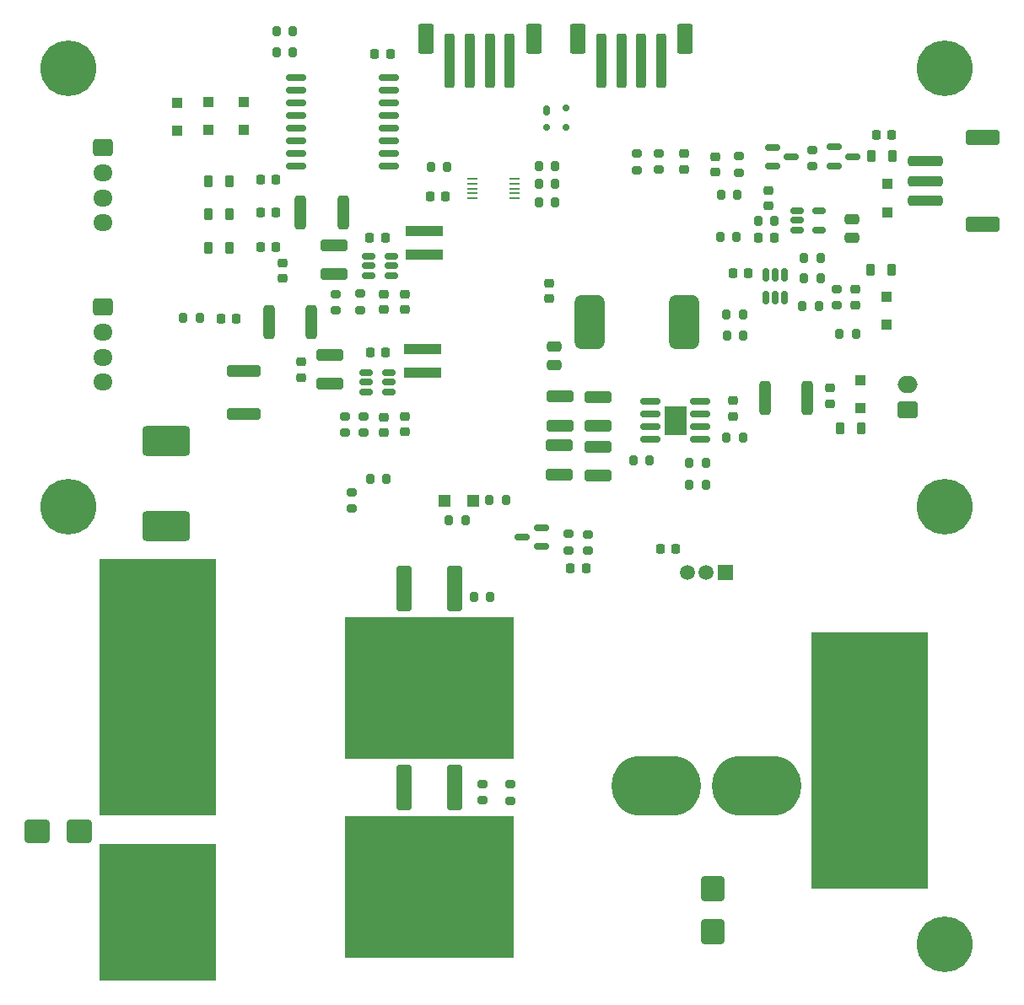
<source format=gbr>
%TF.GenerationSoftware,KiCad,Pcbnew,8.0.3*%
%TF.CreationDate,2024-07-08T19:31:20+01:00*%
%TF.ProjectId,PA_Power,50415f50-6f77-4657-922e-6b696361645f,rev?*%
%TF.SameCoordinates,Original*%
%TF.FileFunction,Soldermask,Top*%
%TF.FilePolarity,Negative*%
%FSLAX46Y46*%
G04 Gerber Fmt 4.6, Leading zero omitted, Abs format (unit mm)*
G04 Created by KiCad (PCBNEW 8.0.3) date 2024-07-08 19:31:20*
%MOMM*%
%LPD*%
G01*
G04 APERTURE LIST*
G04 Aperture macros list*
%AMRoundRect*
0 Rectangle with rounded corners*
0 $1 Rounding radius*
0 $2 $3 $4 $5 $6 $7 $8 $9 X,Y pos of 4 corners*
0 Add a 4 corners polygon primitive as box body*
4,1,4,$2,$3,$4,$5,$6,$7,$8,$9,$2,$3,0*
0 Add four circle primitives for the rounded corners*
1,1,$1+$1,$2,$3*
1,1,$1+$1,$4,$5*
1,1,$1+$1,$6,$7*
1,1,$1+$1,$8,$9*
0 Add four rect primitives between the rounded corners*
20,1,$1+$1,$2,$3,$4,$5,0*
20,1,$1+$1,$4,$5,$6,$7,0*
20,1,$1+$1,$6,$7,$8,$9,0*
20,1,$1+$1,$8,$9,$2,$3,0*%
%AMHorizOval*
0 Thick line with rounded ends*
0 $1 width*
0 $2 $3 position (X,Y) of the first rounded end (center of the circle)*
0 $4 $5 position (X,Y) of the second rounded end (center of the circle)*
0 Add line between two ends*
20,1,$1,$2,$3,$4,$5,0*
0 Add two circle primitives to create the rounded ends*
1,1,$1,$2,$3*
1,1,$1,$4,$5*%
G04 Aperture macros list end*
%ADD10C,5.600000*%
%ADD11RoundRect,0.200000X-0.200000X-0.275000X0.200000X-0.275000X0.200000X0.275000X-0.200000X0.275000X0*%
%ADD12RoundRect,0.200000X-0.275000X0.200000X-0.275000X-0.200000X0.275000X-0.200000X0.275000X0.200000X0*%
%ADD13RoundRect,0.218750X-0.218750X-0.381250X0.218750X-0.381250X0.218750X0.381250X-0.218750X0.381250X0*%
%ADD14RoundRect,0.250000X1.450000X-0.312500X1.450000X0.312500X-1.450000X0.312500X-1.450000X-0.312500X0*%
%ADD15O,1.950000X1.700000*%
%ADD16RoundRect,0.250000X-0.725000X0.600000X-0.725000X-0.600000X0.725000X-0.600000X0.725000X0.600000X0*%
%ADD17RoundRect,0.150000X-0.587500X-0.150000X0.587500X-0.150000X0.587500X0.150000X-0.587500X0.150000X0*%
%ADD18RoundRect,0.225000X0.225000X0.250000X-0.225000X0.250000X-0.225000X-0.250000X0.225000X-0.250000X0*%
%ADD19RoundRect,0.200000X0.200000X0.275000X-0.200000X0.275000X-0.200000X-0.275000X0.200000X-0.275000X0*%
%ADD20RoundRect,0.225000X0.250000X-0.225000X0.250000X0.225000X-0.250000X0.225000X-0.250000X-0.225000X0*%
%ADD21RoundRect,0.150000X-0.512500X-0.150000X0.512500X-0.150000X0.512500X0.150000X-0.512500X0.150000X0*%
%ADD22RoundRect,0.375000X2.000000X-1.125000X2.000000X1.125000X-2.000000X1.125000X-2.000000X-1.125000X0*%
%ADD23R,3.700000X0.980000*%
%ADD24R,2.290000X3.000000*%
%ADD25RoundRect,0.150000X-0.825000X-0.150000X0.825000X-0.150000X0.825000X0.150000X-0.825000X0.150000X0*%
%ADD26RoundRect,0.150000X-0.875000X-0.150000X0.875000X-0.150000X0.875000X0.150000X-0.875000X0.150000X0*%
%ADD27RoundRect,0.200000X0.275000X-0.200000X0.275000X0.200000X-0.275000X0.200000X-0.275000X-0.200000X0*%
%ADD28RoundRect,0.218750X-0.218750X-0.256250X0.218750X-0.256250X0.218750X0.256250X-0.218750X0.256250X0*%
%ADD29RoundRect,0.218750X0.218750X0.381250X-0.218750X0.381250X-0.218750X-0.381250X0.218750X-0.381250X0*%
%ADD30RoundRect,0.250000X-1.100000X0.325000X-1.100000X-0.325000X1.100000X-0.325000X1.100000X0.325000X0*%
%ADD31RoundRect,0.400000X-0.400000X1.900000X-0.400000X-1.900000X0.400000X-1.900000X0.400000X1.900000X0*%
%ADD32R,17.000000X14.200000*%
%ADD33RoundRect,0.225000X-0.225000X-0.250000X0.225000X-0.250000X0.225000X0.250000X-0.225000X0.250000X0*%
%ADD34O,2.000000X1.700000*%
%ADD35RoundRect,0.250000X0.750000X-0.600000X0.750000X0.600000X-0.750000X0.600000X-0.750000X-0.600000X0*%
%ADD36R,1.100000X0.250000*%
%ADD37C,1.524000*%
%ADD38C,2.500000*%
%ADD39R,11.800000X25.800000*%
%ADD40RoundRect,0.250000X0.475000X-0.250000X0.475000X0.250000X-0.475000X0.250000X-0.475000X-0.250000X0*%
%ADD41RoundRect,0.225000X-0.250000X0.225000X-0.250000X-0.225000X0.250000X-0.225000X0.250000X0.225000X0*%
%ADD42RoundRect,0.250000X-0.300000X0.300000X-0.300000X-0.300000X0.300000X-0.300000X0.300000X0.300000X0*%
%ADD43RoundRect,0.750000X0.750000X2.000000X-0.750000X2.000000X-0.750000X-2.000000X0.750000X-2.000000X0*%
%ADD44HorizOval,0.800000X0.000000X0.000000X0.000000X0.000000X0*%
%ADD45HorizOval,0.800000X0.000000X0.000000X0.000000X0.000000X0*%
%ADD46C,0.800000*%
%ADD47O,9.000000X6.000000*%
%ADD48C,1.500000*%
%ADD49R,1.500000X1.500000*%
%ADD50RoundRect,0.250000X0.300000X-0.300000X0.300000X0.300000X-0.300000X0.300000X-0.300000X-0.300000X0*%
%ADD51RoundRect,0.150000X-0.150000X0.512500X-0.150000X-0.512500X0.150000X-0.512500X0.150000X0.512500X0*%
%ADD52RoundRect,0.250000X1.000000X0.900000X-1.000000X0.900000X-1.000000X-0.900000X1.000000X-0.900000X0*%
%ADD53RoundRect,0.250000X0.312500X1.450000X-0.312500X1.450000X-0.312500X-1.450000X0.312500X-1.450000X0*%
%ADD54RoundRect,0.250000X-0.550000X-1.250000X0.550000X-1.250000X0.550000X1.250000X-0.550000X1.250000X0*%
%ADD55RoundRect,0.250000X-0.250000X-2.500000X0.250000X-2.500000X0.250000X2.500000X-0.250000X2.500000X0*%
%ADD56RoundRect,0.150000X0.587500X0.150000X-0.587500X0.150000X-0.587500X-0.150000X0.587500X-0.150000X0*%
%ADD57R,11.800000X13.800000*%
%ADD58RoundRect,0.250000X1.100000X-0.325000X1.100000X0.325000X-1.100000X0.325000X-1.100000X-0.325000X0*%
%ADD59RoundRect,0.250000X1.500000X-0.250000X1.500000X0.250000X-1.500000X0.250000X-1.500000X-0.250000X0*%
%ADD60RoundRect,0.250001X1.449999X-0.499999X1.449999X0.499999X-1.449999X0.499999X-1.449999X-0.499999X0*%
%ADD61R,1.200000X1.200000*%
%ADD62RoundRect,0.218750X0.256250X-0.218750X0.256250X0.218750X-0.256250X0.218750X-0.256250X-0.218750X0*%
%ADD63RoundRect,0.175000X-0.175000X-0.325000X0.175000X-0.325000X0.175000X0.325000X-0.175000X0.325000X0*%
%ADD64RoundRect,0.150000X-0.200000X-0.150000X0.200000X-0.150000X0.200000X0.150000X-0.200000X0.150000X0*%
%ADD65RoundRect,0.250000X-0.900000X1.000000X-0.900000X-1.000000X0.900000X-1.000000X0.900000X1.000000X0*%
%ADD66RoundRect,0.218750X0.218750X0.256250X-0.218750X0.256250X-0.218750X-0.256250X0.218750X-0.256250X0*%
%ADD67RoundRect,0.250000X-0.475000X0.250000X-0.475000X-0.250000X0.475000X-0.250000X0.475000X0.250000X0*%
G04 APERTURE END LIST*
D10*
%TO.C,H5*%
X119000000Y-70000000D03*
%TD*%
D11*
%TO.C,R25*%
X79910000Y-39490000D03*
X78260000Y-39490000D03*
%TD*%
D12*
%TO.C,R8*%
X72580000Y-99515000D03*
X72580000Y-97865000D03*
%TD*%
D13*
%TO.C,L9*%
X111547500Y-46220000D03*
X113672500Y-46220000D03*
%TD*%
D14*
%TO.C,F4*%
X48620000Y-56422500D03*
X48620000Y-60697500D03*
%TD*%
D15*
%TO.C,J5*%
X34500000Y-57500000D03*
X34500000Y-55000000D03*
X34500000Y-52500000D03*
D16*
X34500000Y-50000000D03*
%TD*%
D17*
%TO.C,Q5*%
X109815000Y-34850000D03*
X107940000Y-35800000D03*
X107940000Y-33900000D03*
%TD*%
D15*
%TO.C,J6*%
X34500000Y-41500000D03*
X34500000Y-39000000D03*
X34500000Y-36500000D03*
D16*
X34500000Y-34000000D03*
%TD*%
D18*
%TO.C,C25*%
X97745000Y-46600000D03*
X99295000Y-46600000D03*
%TD*%
D19*
%TO.C,R32*%
X51950000Y-22310000D03*
X53600000Y-22310000D03*
%TD*%
D20*
%TO.C,C22*%
X107470000Y-58110000D03*
X107470000Y-59660000D03*
%TD*%
D12*
%TO.C,TH1*%
X75420000Y-97895000D03*
X75420000Y-99545000D03*
%TD*%
D19*
%TO.C,R34*%
X104702500Y-49850000D03*
X106352500Y-49850000D03*
%TD*%
D21*
%TO.C,U7*%
X104160000Y-40330000D03*
X104160000Y-41280000D03*
X104160000Y-42230000D03*
X106435000Y-42230000D03*
X106435000Y-40330000D03*
%TD*%
D22*
%TO.C,F1*%
X40890000Y-71940000D03*
X40890000Y-63440000D03*
%TD*%
D23*
%TO.C,L1*%
X66600000Y-56570000D03*
X66600000Y-54200000D03*
%TD*%
D11*
%TO.C,R24*%
X79915000Y-37580000D03*
X78265000Y-37580000D03*
%TD*%
D24*
%TO.C,U3*%
X91970000Y-61390000D03*
D25*
X94445000Y-59485000D03*
X94445000Y-60755000D03*
X94445000Y-62025000D03*
X94445000Y-63295000D03*
X89495000Y-63295000D03*
X89495000Y-62025000D03*
X89495000Y-60755000D03*
X89495000Y-59485000D03*
%TD*%
D26*
%TO.C,U8*%
X53940000Y-26900000D03*
X53940000Y-28170000D03*
X53940000Y-29440000D03*
X53940000Y-30710000D03*
X53940000Y-31980000D03*
X53940000Y-33250000D03*
X53940000Y-34520000D03*
X53940000Y-35790000D03*
X63240000Y-35790000D03*
X63240000Y-34520000D03*
X63240000Y-33250000D03*
X63240000Y-31980000D03*
X63240000Y-30710000D03*
X63240000Y-29440000D03*
X63240000Y-28170000D03*
X63240000Y-26900000D03*
%TD*%
D27*
%TO.C,R27*%
X90267500Y-34545000D03*
X90267500Y-36195000D03*
%TD*%
D11*
%TO.C,R37*%
X110090000Y-52690000D03*
X108440000Y-52690000D03*
%TD*%
D13*
%TO.C,L8*%
X113762500Y-34770000D03*
X111637500Y-34770000D03*
%TD*%
D28*
%TO.C,D4*%
X47930000Y-51135000D03*
X46355000Y-51135000D03*
%TD*%
D11*
%TO.C,R3*%
X87735000Y-65360000D03*
X89385000Y-65360000D03*
%TD*%
D29*
%TO.C,L6*%
X45057500Y-37350000D03*
X47182500Y-37350000D03*
%TD*%
D30*
%TO.C,C7*%
X80380000Y-58960000D03*
X80380000Y-61910000D03*
%TD*%
D31*
%TO.C,Q3*%
X64720000Y-78250000D03*
D32*
X67260000Y-88250000D03*
D31*
X69800000Y-78250000D03*
%TD*%
D19*
%TO.C,R9*%
X71745000Y-79110000D03*
X73395000Y-79110000D03*
%TD*%
D27*
%TO.C,R7*%
X81290000Y-72775000D03*
X81290000Y-74425000D03*
%TD*%
D33*
%TO.C,C16*%
X50345000Y-40490000D03*
X51895000Y-40490000D03*
%TD*%
D20*
%TO.C,C20*%
X79270000Y-47595000D03*
X79270000Y-49145000D03*
%TD*%
D34*
%TO.C,J7*%
X115300000Y-57790000D03*
D35*
X115300000Y-60290000D03*
%TD*%
D19*
%TO.C,R31*%
X51915000Y-24370000D03*
X53565000Y-24370000D03*
%TD*%
D27*
%TO.C,R30*%
X105747500Y-34185000D03*
X105747500Y-35835000D03*
%TD*%
D36*
%TO.C,U5*%
X75870000Y-39070000D03*
X75870000Y-38570000D03*
X75870000Y-38070000D03*
X75870000Y-37570000D03*
X75870000Y-37070000D03*
X71570000Y-37070000D03*
X71570000Y-37570000D03*
X71570000Y-38070000D03*
X71570000Y-38570000D03*
X71570000Y-39070000D03*
%TD*%
D11*
%TO.C,R15*%
X95045000Y-67830000D03*
X93395000Y-67830000D03*
%TD*%
D27*
%TO.C,R5*%
X83180000Y-72795000D03*
X83180000Y-74445000D03*
%TD*%
D37*
%TO.C,J4*%
X116121400Y-89560000D03*
X116121400Y-84060000D03*
X116000000Y-107033800D03*
X116000000Y-101533800D03*
X116000000Y-96033800D03*
D38*
X114701400Y-92560000D03*
X114701400Y-86560000D03*
X114580000Y-104533800D03*
X114580000Y-98533800D03*
D37*
X113871400Y-89560000D03*
X113871400Y-84060000D03*
X113750000Y-107033800D03*
X113750000Y-101533800D03*
X113750000Y-96033800D03*
X111621400Y-89560000D03*
X111621400Y-84060000D03*
X111500000Y-107033800D03*
X111500000Y-101533800D03*
X111500000Y-96033800D03*
D39*
X111500000Y-95533800D03*
D38*
X109621400Y-92560000D03*
X109621400Y-86560000D03*
X109500000Y-104533800D03*
X109500000Y-98533800D03*
D37*
X109371400Y-89560000D03*
X109371400Y-84060000D03*
X109250000Y-107033800D03*
X109250000Y-101533800D03*
X109250000Y-96033800D03*
X107121400Y-89560000D03*
X107121400Y-84060000D03*
X107000000Y-107033800D03*
X107000000Y-101533800D03*
X107000000Y-96033800D03*
%TD*%
D12*
%TO.C,R36*%
X108180000Y-49815000D03*
X108180000Y-48165000D03*
%TD*%
D29*
%TO.C,L4*%
X45077500Y-40620000D03*
X47202500Y-40620000D03*
%TD*%
D33*
%TO.C,C8*%
X61310000Y-54500000D03*
X62860000Y-54500000D03*
%TD*%
D30*
%TO.C,C6*%
X84220000Y-58980000D03*
X84220000Y-61930000D03*
%TD*%
D11*
%TO.C,R4*%
X70915000Y-71420000D03*
X69265000Y-71420000D03*
%TD*%
%TO.C,R28*%
X98185000Y-38720000D03*
X96535000Y-38720000D03*
%TD*%
D33*
%TO.C,C9*%
X61285000Y-43040000D03*
X62835000Y-43040000D03*
%TD*%
D40*
%TO.C,C3*%
X79770000Y-55800000D03*
X79770000Y-53900000D03*
%TD*%
D41*
%TO.C,C4*%
X62690000Y-61060000D03*
X62690000Y-62610000D03*
%TD*%
%TO.C,C24*%
X92877500Y-36120000D03*
X92877500Y-34570000D03*
%TD*%
%TO.C,C29*%
X110050000Y-49750000D03*
X110050000Y-48200000D03*
%TD*%
D27*
%TO.C,R14*%
X60320000Y-48630000D03*
X60320000Y-50280000D03*
%TD*%
D30*
%TO.C,C11*%
X57320000Y-54745000D03*
X57320000Y-57695000D03*
%TD*%
D10*
%TO.C,H2*%
X31000000Y-70000000D03*
%TD*%
D12*
%TO.C,R11*%
X60670000Y-62595000D03*
X60670000Y-60945000D03*
%TD*%
D11*
%TO.C,R13*%
X98765000Y-63070000D03*
X97115000Y-63070000D03*
%TD*%
%TO.C,R6*%
X74960000Y-69330000D03*
X73310000Y-69330000D03*
%TD*%
D42*
%TO.C,D13*%
X113160000Y-48960000D03*
X113160000Y-51760000D03*
%TD*%
D37*
%TO.C,J1*%
X44500000Y-87630000D03*
X44500000Y-82130000D03*
X44500000Y-76630000D03*
X44378600Y-99603800D03*
X44378600Y-94103800D03*
X42250000Y-87630000D03*
X42250000Y-82130000D03*
X42250000Y-76630000D03*
X42128600Y-99603800D03*
X42128600Y-94103800D03*
D38*
X42000000Y-85130000D03*
X42000000Y-79130000D03*
X41878600Y-97103800D03*
X41878600Y-91103800D03*
D39*
X40000000Y-88130000D03*
D37*
X40000000Y-87630000D03*
X40000000Y-82130000D03*
X40000000Y-76630000D03*
X39878600Y-99603800D03*
X39878600Y-94103800D03*
X37750000Y-87630000D03*
X37750000Y-82130000D03*
X37750000Y-76630000D03*
X37628600Y-99603800D03*
X37628600Y-94103800D03*
D38*
X36920000Y-85130000D03*
X36920000Y-79130000D03*
X36798600Y-97103800D03*
X36798600Y-91103800D03*
D37*
X35500000Y-87630000D03*
X35500000Y-82130000D03*
X35500000Y-76630000D03*
X35378600Y-99603800D03*
X35378600Y-94103800D03*
%TD*%
D11*
%TO.C,R20*%
X98765000Y-50690000D03*
X97115000Y-50690000D03*
%TD*%
D27*
%TO.C,R1*%
X59490000Y-70217500D03*
X59490000Y-68567500D03*
%TD*%
D43*
%TO.C,L3*%
X92830000Y-51500000D03*
X83330000Y-51500000D03*
%TD*%
D33*
%TO.C,C21*%
X51875000Y-37210000D03*
X50325000Y-37210000D03*
%TD*%
D11*
%TO.C,R19*%
X98795000Y-52880000D03*
X97145000Y-52880000D03*
%TD*%
D19*
%TO.C,R16*%
X93365000Y-65640000D03*
X95015000Y-65640000D03*
%TD*%
%TO.C,R17*%
X42577500Y-51085000D03*
X44227500Y-51085000D03*
%TD*%
D13*
%TO.C,L7*%
X110612500Y-62180000D03*
X108487500Y-62180000D03*
%TD*%
D41*
%TO.C,C5*%
X62730000Y-48655000D03*
X62730000Y-50205000D03*
%TD*%
D21*
%TO.C,U2*%
X61160000Y-44900000D03*
X61160000Y-45850000D03*
X61160000Y-46800000D03*
X63435000Y-46800000D03*
X63435000Y-45850000D03*
X63435000Y-44900000D03*
%TD*%
D19*
%TO.C,R21*%
X100290000Y-41360000D03*
X101940000Y-41360000D03*
%TD*%
D44*
%TO.C,U4*%
X96140000Y-97390000D03*
D45*
X96140000Y-98650000D03*
D46*
X96890000Y-96360000D03*
X96890000Y-99680000D03*
X98090000Y-95970000D03*
X98090000Y-100070000D03*
X99420000Y-95970000D03*
X99420000Y-100070000D03*
D47*
X100090000Y-98020000D03*
D46*
X100760000Y-95970000D03*
X100760000Y-100070000D03*
X102090000Y-95970000D03*
X102090000Y-100070000D03*
X103290000Y-96360000D03*
X103290000Y-99680000D03*
X104040000Y-97390000D03*
X104040000Y-98650000D03*
X86140000Y-97390000D03*
X86140000Y-98650000D03*
X86890000Y-96360000D03*
X86890000Y-99680000D03*
X88090000Y-95970000D03*
X88090000Y-100070000D03*
X89420000Y-95970000D03*
X89420000Y-100070000D03*
D47*
X90090000Y-98020000D03*
D46*
X90760000Y-95970000D03*
X90760000Y-100070000D03*
X92090000Y-95970000D03*
X92090000Y-100070000D03*
X93290000Y-96360000D03*
X93290000Y-99680000D03*
D45*
X94040000Y-97390000D03*
D44*
X94040000Y-98650000D03*
D48*
X93180000Y-76620000D03*
X95090000Y-76620000D03*
D49*
X97000000Y-76620000D03*
%TD*%
D27*
%TO.C,R23*%
X88077500Y-34585000D03*
X88077500Y-36235000D03*
%TD*%
D50*
%TO.C,D8*%
X48620000Y-29377500D03*
X48620000Y-32177500D03*
%TD*%
D51*
%TO.C,U6*%
X102937500Y-46780000D03*
X101987500Y-46780000D03*
X101037500Y-46780000D03*
X101037500Y-49055000D03*
X101987500Y-49055000D03*
X102937500Y-49055000D03*
%TD*%
D50*
%TO.C,D9*%
X110570000Y-57350000D03*
X110570000Y-60150000D03*
%TD*%
D21*
%TO.C,U1*%
X60912500Y-56580000D03*
X60912500Y-57530000D03*
X60912500Y-58480000D03*
X63187500Y-58480000D03*
X63187500Y-57530000D03*
X63187500Y-56580000D03*
%TD*%
D12*
%TO.C,R35*%
X98347500Y-36475000D03*
X98347500Y-34825000D03*
%TD*%
D50*
%TO.C,D7*%
X45110000Y-29377500D03*
X45110000Y-32177500D03*
%TD*%
D52*
%TO.C,D1*%
X32180000Y-102600000D03*
X27880000Y-102600000D03*
%TD*%
D27*
%TO.C,R10*%
X58780000Y-60925000D03*
X58780000Y-62575000D03*
%TD*%
D41*
%TO.C,C14*%
X54370000Y-55505000D03*
X54370000Y-57055000D03*
%TD*%
D19*
%TO.C,R18*%
X67415000Y-35900000D03*
X69065000Y-35900000D03*
%TD*%
D11*
%TO.C,R2*%
X61345000Y-67200000D03*
X62995000Y-67200000D03*
%TD*%
D53*
%TO.C,F2*%
X55447500Y-51450000D03*
X51172500Y-51450000D03*
%TD*%
D10*
%TO.C,H3*%
X119000000Y-26000000D03*
%TD*%
D41*
%TO.C,C26*%
X101317500Y-39795000D03*
X101317500Y-38245000D03*
%TD*%
D18*
%TO.C,C30*%
X61815000Y-24520000D03*
X63365000Y-24520000D03*
%TD*%
D54*
%TO.C,J3*%
X77740000Y-23020000D03*
X66940000Y-23020000D03*
D55*
X75340000Y-25270000D03*
X73340000Y-25270000D03*
X71340000Y-25270000D03*
X69340000Y-25270000D03*
%TD*%
D23*
%TO.C,L2*%
X66730000Y-44680000D03*
X66730000Y-42310000D03*
%TD*%
D11*
%TO.C,R29*%
X106522500Y-47080000D03*
X104872500Y-47080000D03*
%TD*%
D18*
%TO.C,C23*%
X67355000Y-38870000D03*
X68905000Y-38870000D03*
%TD*%
D11*
%TO.C,R22*%
X98112500Y-42930000D03*
X96462500Y-42930000D03*
%TD*%
D56*
%TO.C,Q1*%
X78505000Y-74040000D03*
X78505000Y-72140000D03*
X76630000Y-73090000D03*
%TD*%
D53*
%TO.C,F5*%
X100942500Y-59070000D03*
X105217500Y-59070000D03*
%TD*%
D54*
%TO.C,J8*%
X92970000Y-23000000D03*
X82170000Y-23000000D03*
D55*
X90570000Y-25250000D03*
X88570000Y-25250000D03*
X86570000Y-25250000D03*
X84570000Y-25250000D03*
%TD*%
D20*
%TO.C,C10*%
X97750000Y-60930000D03*
X97750000Y-59380000D03*
%TD*%
D11*
%TO.C,R33*%
X106532500Y-45040000D03*
X104882500Y-45040000D03*
%TD*%
D41*
%TO.C,C15*%
X52540000Y-45530000D03*
X52540000Y-47080000D03*
%TD*%
D10*
%TO.C,H4*%
X31000000Y-26000000D03*
%TD*%
D11*
%TO.C,R26*%
X79915000Y-35780000D03*
X78265000Y-35780000D03*
%TD*%
D27*
%TO.C,R12*%
X57870000Y-48660000D03*
X57870000Y-50310000D03*
%TD*%
D37*
%TO.C,J2*%
X44500000Y-116260000D03*
X44500000Y-110760000D03*
X44500000Y-105260000D03*
X42250000Y-116260000D03*
X42250000Y-110760000D03*
X42250000Y-105260000D03*
D38*
X42000000Y-113760000D03*
X42000000Y-107760000D03*
D37*
X40000000Y-116260000D03*
X40000000Y-110760000D03*
D57*
X40000000Y-110760000D03*
D37*
X40000000Y-105260000D03*
X37750000Y-116260000D03*
X37750000Y-110760000D03*
X37750000Y-105260000D03*
D38*
X36920000Y-113760000D03*
X36920000Y-107760000D03*
D37*
X35500000Y-116260000D03*
X35500000Y-110760000D03*
X35500000Y-105260000D03*
%TD*%
D41*
%TO.C,C1*%
X64830000Y-60975000D03*
X64830000Y-62525000D03*
%TD*%
D53*
%TO.C,F3*%
X54332500Y-40500000D03*
X58607500Y-40500000D03*
%TD*%
D13*
%TO.C,L5*%
X47202500Y-44070000D03*
X45077500Y-44070000D03*
%TD*%
D58*
%TO.C,C17*%
X80300000Y-66830000D03*
X80300000Y-63880000D03*
%TD*%
D41*
%TO.C,C2*%
X64840000Y-48650000D03*
X64840000Y-50200000D03*
%TD*%
D10*
%TO.C,H1*%
X119000000Y-114000000D03*
%TD*%
D59*
%TO.C,J9*%
X117060000Y-39310000D03*
X117060000Y-37310000D03*
X117060000Y-35310000D03*
D60*
X122810000Y-41660000D03*
X122810000Y-32960000D03*
%TD*%
D31*
%TO.C,Q2*%
X69800000Y-98250000D03*
D32*
X67260000Y-108250000D03*
D31*
X64720000Y-98250000D03*
%TD*%
D17*
%TO.C,Q4*%
X101717500Y-33930000D03*
X101717500Y-35830000D03*
X103592500Y-34880000D03*
%TD*%
D61*
%TO.C,D2*%
X68842500Y-69410000D03*
X71642500Y-69410000D03*
%TD*%
D42*
%TO.C,D14*%
X113270000Y-37640000D03*
X113270000Y-40440000D03*
%TD*%
D62*
%TO.C,D12*%
X95937500Y-36447500D03*
X95937500Y-34872500D03*
%TD*%
D63*
%TO.C,D11*%
X79020000Y-30200000D03*
D64*
X79020000Y-31900000D03*
X81020000Y-31900000D03*
X81020000Y-30000000D03*
%TD*%
D28*
%TO.C,D10*%
X100340000Y-43030000D03*
X101915000Y-43030000D03*
%TD*%
D50*
%TO.C,D6*%
X41930000Y-32270000D03*
X41930000Y-29470000D03*
%TD*%
D65*
%TO.C,D5*%
X95750000Y-108390000D03*
X95750000Y-112690000D03*
%TD*%
D66*
%TO.C,D3*%
X82997500Y-76240000D03*
X81422500Y-76240000D03*
%TD*%
D33*
%TO.C,C28*%
X112165000Y-32660000D03*
X113715000Y-32660000D03*
%TD*%
D67*
%TO.C,C27*%
X109697500Y-41140000D03*
X109697500Y-43040000D03*
%TD*%
D58*
%TO.C,C18*%
X84220000Y-66925000D03*
X84220000Y-63975000D03*
%TD*%
D33*
%TO.C,C19*%
X50345000Y-43990000D03*
X51895000Y-43990000D03*
%TD*%
D30*
%TO.C,C12*%
X57700000Y-43740000D03*
X57700000Y-46690000D03*
%TD*%
D18*
%TO.C,C13*%
X92015000Y-74250000D03*
X90465000Y-74250000D03*
%TD*%
M02*

</source>
